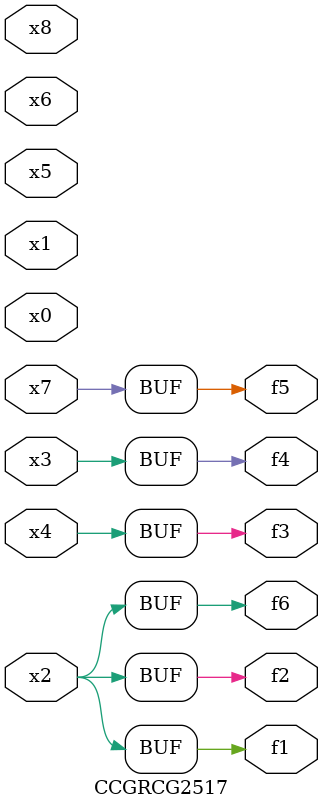
<source format=v>
module CCGRCG2517(
	input x0, x1, x2, x3, x4, x5, x6, x7, x8,
	output f1, f2, f3, f4, f5, f6
);
	assign f1 = x2;
	assign f2 = x2;
	assign f3 = x4;
	assign f4 = x3;
	assign f5 = x7;
	assign f6 = x2;
endmodule

</source>
